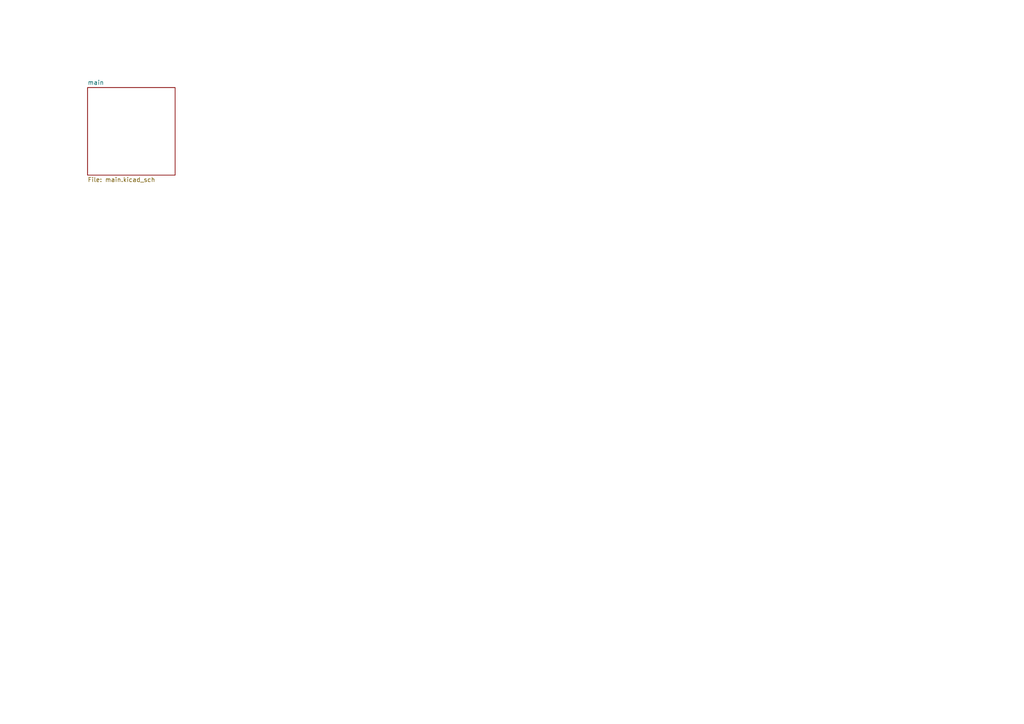
<source format=kicad_sch>
(kicad_sch (version 20211123) (generator eeschema)
  (paper "A4")
  (lib_symbols)
  (sheet (at 25.4 25.4) (size 25.4 25.4) (stroke (width 0.1524))
    (property "Sheet name" "main" (at 25.4 24.6884 0) (effects (justify left bottom)))
    (property "Sheet file" "main.kicad_sch" (at 25.4 51.3846 0) (effects (justify left top)))
  )
)
</source>
